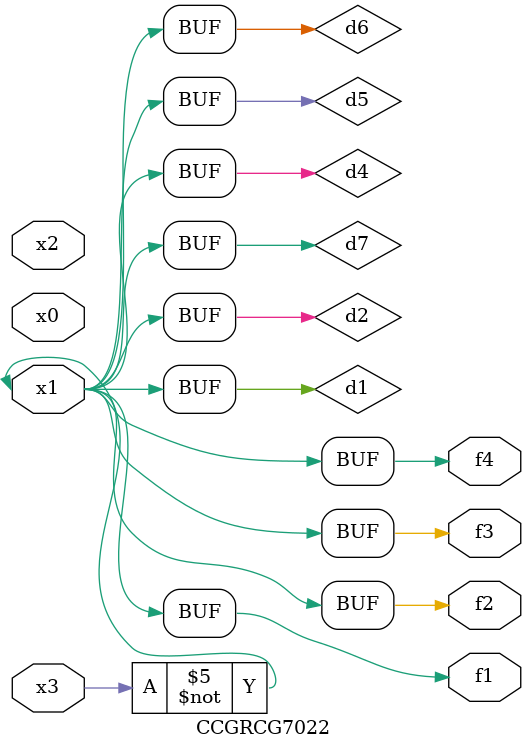
<source format=v>
module CCGRCG7022(
	input x0, x1, x2, x3,
	output f1, f2, f3, f4
);

	wire d1, d2, d3, d4, d5, d6, d7;

	not (d1, x3);
	buf (d2, x1);
	xnor (d3, d1, d2);
	nor (d4, d1);
	buf (d5, d1, d2);
	buf (d6, d4, d5);
	nand (d7, d4);
	assign f1 = d6;
	assign f2 = d7;
	assign f3 = d6;
	assign f4 = d6;
endmodule

</source>
